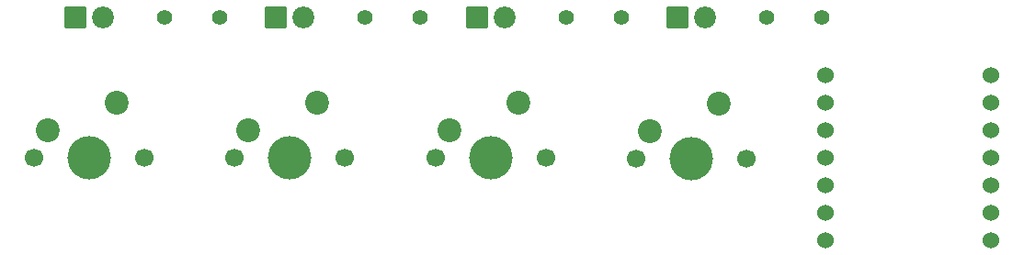
<source format=gbr>
%TF.GenerationSoftware,KiCad,Pcbnew,9.0.6*%
%TF.CreationDate,2025-11-15T14:27:32+00:00*%
%TF.ProjectId,keyfrick,6b657966-7269-4636-9b2e-6b696361645f,rev?*%
%TF.SameCoordinates,Original*%
%TF.FileFunction,Soldermask,Bot*%
%TF.FilePolarity,Negative*%
%FSLAX46Y46*%
G04 Gerber Fmt 4.6, Leading zero omitted, Abs format (unit mm)*
G04 Created by KiCad (PCBNEW 9.0.6) date 2025-11-15 14:27:32*
%MOMM*%
%LPD*%
G01*
G04 APERTURE LIST*
G04 Aperture macros list*
%AMRoundRect*
0 Rectangle with rounded corners*
0 $1 Rounding radius*
0 $2 $3 $4 $5 $6 $7 $8 $9 X,Y pos of 4 corners*
0 Add a 4 corners polygon primitive as box body*
4,1,4,$2,$3,$4,$5,$6,$7,$8,$9,$2,$3,0*
0 Add four circle primitives for the rounded corners*
1,1,$1+$1,$2,$3*
1,1,$1+$1,$4,$5*
1,1,$1+$1,$6,$7*
1,1,$1+$1,$8,$9*
0 Add four rect primitives between the rounded corners*
20,1,$1+$1,$2,$3,$4,$5,0*
20,1,$1+$1,$4,$5,$6,$7,0*
20,1,$1+$1,$6,$7,$8,$9,0*
20,1,$1+$1,$8,$9,$2,$3,0*%
G04 Aperture macros list end*
%ADD10C,1.700000*%
%ADD11C,4.000000*%
%ADD12C,2.200000*%
%ADD13C,1.400000*%
%ADD14C,2.019000*%
%ADD15RoundRect,0.102000X-0.907500X-0.907500X0.907500X-0.907500X0.907500X0.907500X-0.907500X0.907500X0*%
%ADD16C,1.524000*%
G04 APERTURE END LIST*
D10*
%TO.C,SW3*%
X136420000Y-60000000D03*
D11*
X141500000Y-60000000D03*
D10*
X146580000Y-60000000D03*
D12*
X144040000Y-54920000D03*
X137690000Y-57460000D03*
%TD*%
D13*
%TO.C,R3*%
X148460000Y-47000000D03*
X153540000Y-47000000D03*
%TD*%
D14*
%TO.C,D3*%
X142770000Y-47000000D03*
D15*
X140230000Y-47000000D03*
%TD*%
D10*
%TO.C,SW2*%
X117920000Y-60000000D03*
D11*
X123000000Y-60000000D03*
D10*
X128080000Y-60000000D03*
D12*
X125540000Y-54920000D03*
X119190000Y-57460000D03*
%TD*%
D13*
%TO.C,R2*%
X129960000Y-47000000D03*
X135040000Y-47000000D03*
%TD*%
D10*
%TO.C,SW1*%
X99420000Y-60000000D03*
D11*
X104500000Y-60000000D03*
D10*
X109580000Y-60000000D03*
D12*
X107040000Y-54920000D03*
X100690000Y-57460000D03*
%TD*%
D13*
%TO.C,R1*%
X111460000Y-47000000D03*
X116540000Y-47000000D03*
%TD*%
D14*
%TO.C,D1*%
X105770000Y-47000000D03*
D15*
X103230000Y-47000000D03*
%TD*%
D14*
%TO.C,D2*%
X124270000Y-47000000D03*
D15*
X121730000Y-47000000D03*
%TD*%
D16*
%TO.C,U1*%
X172380000Y-52380000D03*
X172380000Y-54920000D03*
X172380000Y-57460000D03*
X172380000Y-60000000D03*
X172380000Y-62540000D03*
X172380000Y-65080000D03*
X172380000Y-67620000D03*
X187620000Y-67620000D03*
X187620000Y-65080000D03*
X187620000Y-62540000D03*
X187620000Y-60000000D03*
X187620000Y-57460000D03*
X187620000Y-54920000D03*
X187620000Y-52380000D03*
%TD*%
D13*
%TO.C,R4*%
X166960000Y-47000000D03*
X172040000Y-47000000D03*
%TD*%
D14*
%TO.C,D4*%
X161270000Y-47000000D03*
D15*
X158730000Y-47000000D03*
%TD*%
D10*
%TO.C,SW4*%
X154920000Y-60040000D03*
D11*
X160000000Y-60040000D03*
D10*
X165080000Y-60040000D03*
D12*
X162540000Y-54960000D03*
X156190000Y-57500000D03*
%TD*%
M02*

</source>
